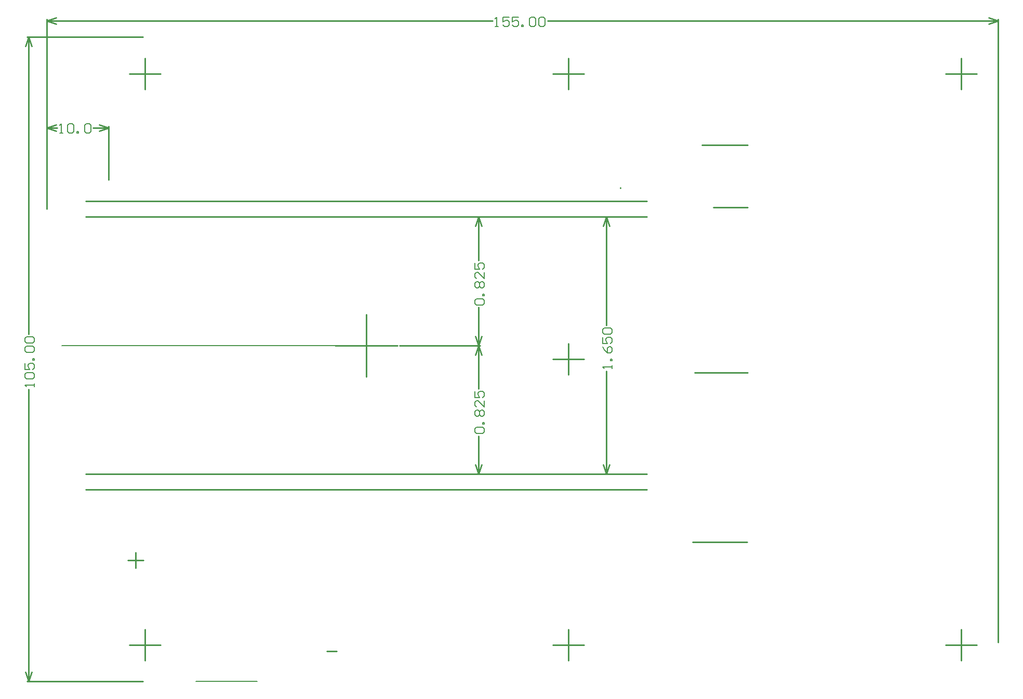
<source format=gm1>
G04*
G04 #@! TF.GenerationSoftware,Altium Limited,Altium Designer,19.1.8 (144)*
G04*
G04 Layer_Color=16711935*
%FSLAX25Y25*%
%MOIN*%
G70*
G01*
G75*
%ADD14C,0.01000*%
%ADD18C,0.00500*%
%ADD95C,0.00600*%
D14*
X-6258Y72896D02*
Y82896D01*
X-11258Y77896D02*
X-1258D01*
X-38058Y122996D02*
X321942D01*
X-38058Y307996D02*
X321942D01*
X-38058Y132996D02*
X321942D01*
X304842Y316596D02*
X304942Y316696D01*
X-38058Y297996D02*
X321942D01*
X141942Y195496D02*
Y235496D01*
X121942Y215496D02*
X161942D01*
X261650Y389760D02*
X281650D01*
X271650Y379760D02*
Y399760D01*
X351099Y89496D02*
X386099D01*
X116542Y19496D02*
X122842D01*
X0Y13617D02*
Y33617D01*
X-10000Y23617D02*
X10000D01*
X523622Y13617D02*
Y33617D01*
X513622Y23617D02*
X533622D01*
X0Y379759D02*
Y399759D01*
X-10000Y389759D02*
X10000D01*
X523622Y379759D02*
Y399759D01*
X513622Y389759D02*
X533622D01*
X271650Y13618D02*
Y33618D01*
X261650Y23618D02*
X281650D01*
X261650Y206693D02*
X281650D01*
X271651Y196693D02*
Y216693D01*
X352599Y197996D02*
X386599D01*
X357099Y343996D02*
X386599D01*
X364599Y303996D02*
X386599D01*
X-29622Y353300D02*
X-23622Y355300D01*
X-29622Y357300D02*
X-23622Y355300D01*
X-62992D02*
X-56992Y357300D01*
X-62992Y355300D02*
X-56992Y353300D01*
X-33310Y355300D02*
X-23622D01*
X-62992D02*
X-56504D01*
X-23622Y321866D02*
Y356300D01*
X-62992Y303150D02*
Y356300D01*
X213942Y215496D02*
X215942Y209496D01*
X211942D02*
X213942Y215496D01*
X211942Y138996D02*
X213942Y132996D01*
X215942Y138996D01*
X213942Y187742D02*
Y215496D01*
Y132996D02*
Y157550D01*
X163060Y215496D02*
X214942D01*
X212942Y132996D02*
X314942D01*
X211942Y221496D02*
X213942Y215496D01*
X215942Y221496D01*
X213942Y297996D02*
X215942Y291996D01*
X211942D02*
X213942Y297996D01*
Y215496D02*
Y240050D01*
Y270242D02*
Y297996D01*
X163060Y215496D02*
X214942D01*
X212942Y297996D02*
X314942D01*
X295942D02*
X297942Y291996D01*
X293942D02*
X295942Y297996D01*
X293942Y138996D02*
X295942Y132996D01*
X297942Y138996D01*
X295942Y228492D02*
Y297996D01*
Y132996D02*
Y199300D01*
X294942Y297996D02*
X314942D01*
X294942Y132996D02*
X314942D01*
X-62992Y423696D02*
X-56992Y425696D01*
X-62992Y423696D02*
X-56992Y421696D01*
X541244D02*
X547244Y423696D01*
X541244Y425696D02*
X547244Y423696D01*
X-62992D02*
X222931D01*
X258121D02*
X547244D01*
X-62992Y306618D02*
Y424696D01*
X547244Y25122D02*
Y424696D01*
X-74803Y413386D02*
X-72803Y407386D01*
X-76803D02*
X-74803Y413386D01*
X-76803Y6000D02*
X-74803Y0D01*
X-72803Y6000D01*
X-74803Y222688D02*
Y413386D01*
Y0D02*
Y187498D01*
X-75803Y413386D02*
X-1500D01*
X-75803Y0D02*
X-1500D01*
D18*
X32657Y-8D02*
X72027D01*
D95*
X-53558Y215496D02*
X121942D01*
X-54904Y351701D02*
X-52904D01*
X-53904D01*
Y357699D01*
X-54904Y356699D01*
X-49905D02*
X-48906Y357699D01*
X-46907D01*
X-45907Y356699D01*
Y352701D01*
X-46907Y351701D01*
X-48906D01*
X-49905Y352701D01*
Y356699D01*
X-43907Y351701D02*
Y352701D01*
X-42908D01*
Y351701D01*
X-43907D01*
X-38909Y356699D02*
X-37909Y357699D01*
X-35910D01*
X-34910Y356699D01*
Y352701D01*
X-35910Y351701D01*
X-37909D01*
X-38909Y352701D01*
Y356699D01*
X212542Y159150D02*
X211543Y160150D01*
Y162149D01*
X212542Y163149D01*
X216541D01*
X217541Y162149D01*
Y160150D01*
X216541Y159150D01*
X212542D01*
X217541Y165148D02*
X216541D01*
Y166148D01*
X217541D01*
Y165148D01*
X212542Y170147D02*
X211543Y171147D01*
Y173146D01*
X212542Y174145D01*
X213542D01*
X214542Y173146D01*
X215541Y174145D01*
X216541D01*
X217541Y173146D01*
Y171147D01*
X216541Y170147D01*
X215541D01*
X214542Y171147D01*
X213542Y170147D01*
X212542D01*
X214542Y171147D02*
Y173146D01*
X217541Y180144D02*
Y176145D01*
X213542Y180144D01*
X212542D01*
X211543Y179144D01*
Y177145D01*
X212542Y176145D01*
X211543Y186142D02*
Y182143D01*
X214542D01*
X213542Y184142D01*
Y185142D01*
X214542Y186142D01*
X216541D01*
X217541Y185142D01*
Y183143D01*
X216541Y182143D01*
X212542Y241650D02*
X211543Y242650D01*
Y244649D01*
X212542Y245649D01*
X216541D01*
X217541Y244649D01*
Y242650D01*
X216541Y241650D01*
X212542D01*
X217541Y247648D02*
X216541D01*
Y248648D01*
X217541D01*
Y247648D01*
X212542Y252647D02*
X211543Y253646D01*
Y255646D01*
X212542Y256645D01*
X213542D01*
X214542Y255646D01*
X215541Y256645D01*
X216541D01*
X217541Y255646D01*
Y253646D01*
X216541Y252647D01*
X215541D01*
X214542Y253646D01*
X213542Y252647D01*
X212542D01*
X214542Y253646D02*
Y255646D01*
X217541Y262644D02*
Y258645D01*
X213542Y262644D01*
X212542D01*
X211543Y261644D01*
Y259645D01*
X212542Y258645D01*
X211543Y268642D02*
Y264643D01*
X214542D01*
X213542Y266642D01*
Y267642D01*
X214542Y268642D01*
X216541D01*
X217541Y267642D01*
Y265643D01*
X216541Y264643D01*
X299541Y200900D02*
Y202900D01*
Y201900D01*
X293543D01*
X294542Y200900D01*
X299541Y205899D02*
X298541D01*
Y206898D01*
X299541D01*
Y205899D01*
X293543Y214896D02*
X294542Y212896D01*
X296542Y210897D01*
X298541D01*
X299541Y211897D01*
Y213896D01*
X298541Y214896D01*
X297541D01*
X296542Y213896D01*
Y210897D01*
X293543Y220894D02*
Y216895D01*
X296542D01*
X295542Y218894D01*
Y219894D01*
X296542Y220894D01*
X298541D01*
X299541Y219894D01*
Y217895D01*
X298541Y216895D01*
X294542Y222893D02*
X293543Y223893D01*
Y225892D01*
X294542Y226892D01*
X298541D01*
X299541Y225892D01*
Y223893D01*
X298541Y222893D01*
X294542D01*
X224531Y420097D02*
X226531D01*
X225531D01*
Y426095D01*
X224531Y425095D01*
X233528Y426095D02*
X229530D01*
Y423096D01*
X231529Y424096D01*
X232528D01*
X233528Y423096D01*
Y421097D01*
X232528Y420097D01*
X230529D01*
X229530Y421097D01*
X239526Y426095D02*
X235528D01*
Y423096D01*
X237527Y424096D01*
X238527D01*
X239526Y423096D01*
Y421097D01*
X238527Y420097D01*
X236527D01*
X235528Y421097D01*
X241526Y420097D02*
Y421097D01*
X242525D01*
Y420097D01*
X241526D01*
X246524Y425095D02*
X247524Y426095D01*
X249523D01*
X250523Y425095D01*
Y421097D01*
X249523Y420097D01*
X247524D01*
X246524Y421097D01*
Y425095D01*
X252522D02*
X253522Y426095D01*
X255521D01*
X256521Y425095D01*
Y421097D01*
X255521Y420097D01*
X253522D01*
X252522Y421097D01*
Y425095D01*
X-71204Y189098D02*
Y191097D01*
Y190098D01*
X-77202D01*
X-76202Y189098D01*
Y194097D02*
X-77202Y195096D01*
Y197096D01*
X-76202Y198095D01*
X-72204D01*
X-71204Y197096D01*
Y195096D01*
X-72204Y194097D01*
X-76202D01*
X-77202Y204093D02*
Y200095D01*
X-74203D01*
X-75203Y202094D01*
Y203094D01*
X-74203Y204093D01*
X-72204D01*
X-71204Y203094D01*
Y201094D01*
X-72204Y200095D01*
X-71204Y206093D02*
X-72204D01*
Y207092D01*
X-71204D01*
Y206093D01*
X-76202Y211091D02*
X-77202Y212091D01*
Y214090D01*
X-76202Y215090D01*
X-72204D01*
X-71204Y214090D01*
Y212091D01*
X-72204Y211091D01*
X-76202D01*
Y217089D02*
X-77202Y218089D01*
Y220088D01*
X-76202Y221088D01*
X-72204D01*
X-71204Y220088D01*
Y218089D01*
X-72204Y217089D01*
X-76202D01*
M02*

</source>
